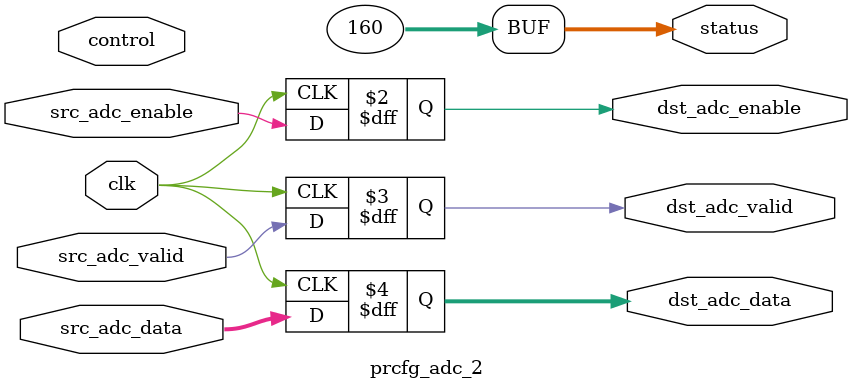
<source format=v>
module prcfg_adc_2 (
  clk,
  control,
  status,
  src_adc_enable,
  src_adc_valid,
  src_adc_data,
  dst_adc_enable,
  dst_adc_valid,
  dst_adc_data
);
  localparam  RP_ID       = 8'hA0;
  parameter   CHANNEL_ID  = 0;
  input             clk;
  input   [31:0]    control;
  output  [31:0]    status;
  input             src_adc_enable;
  input             src_adc_valid;
  input   [15:0]    src_adc_data;
  output            dst_adc_enable;
  output            dst_adc_valid;
  output  [15:0]    dst_adc_data;
  reg               dst_adc_enable;
  reg               dst_adc_valid;
  reg     [15:0]    dst_adc_data;
  assign status = {24'h0, RP_ID};
  always @(posedge clk) begin
    dst_adc_enable <= src_adc_enable;
    dst_adc_valid <= src_adc_valid;
    dst_adc_data <= src_adc_data;
  end
endmodule
</source>
